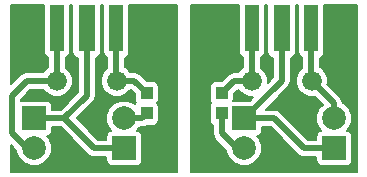
<source format=gbr>
G04 #@! TF.FileFunction,Copper,L2,Bot,Signal*
%FSLAX46Y46*%
G04 Gerber Fmt 4.6, Leading zero omitted, Abs format (unit mm)*
G04 Created by KiCad (PCBNEW 4.0.3-stable) date 08/19/16 14:56:07*
%MOMM*%
%LPD*%
G01*
G04 APERTURE LIST*
%ADD10C,0.100000*%
%ADD11C,1.676400*%
%ADD12R,2.000000X2.000000*%
%ADD13C,2.000000*%
%ADD14R,1.200000X4.000000*%
%ADD15R,1.400000X4.000000*%
%ADD16R,1.000000X1.100000*%
%ADD17C,0.500000*%
%ADD18C,0.200000*%
G04 APERTURE END LIST*
D10*
D11*
X149225000Y-98425000D03*
X144145000Y-98425000D03*
D12*
X167640000Y-104140000D03*
D13*
X167640000Y-101600000D03*
D12*
X160020000Y-101600000D03*
D13*
X160020000Y-104140000D03*
D11*
X160655000Y-98425000D03*
X165735000Y-98425000D03*
D12*
X142240000Y-101600000D03*
D13*
X142240000Y-104140000D03*
D12*
X149860000Y-104140000D03*
D13*
X149860000Y-101600000D03*
D14*
X160695000Y-93980000D03*
D15*
X163195000Y-93980000D03*
D14*
X165695000Y-93980000D03*
X149185000Y-93980000D03*
D15*
X146685000Y-93980000D03*
D14*
X144185000Y-93980000D03*
D16*
X158115000Y-101180000D03*
X158115000Y-99480000D03*
X151765000Y-101180000D03*
X151765000Y-99480000D03*
D17*
X163195000Y-93980000D02*
X163195000Y-98425000D01*
X163195000Y-98425000D02*
X160020000Y-101600000D01*
X146685000Y-93980000D02*
X146685000Y-99695000D01*
X146685000Y-99695000D02*
X144780000Y-101600000D01*
X160020000Y-101600000D02*
X162560000Y-101600000D01*
X165100000Y-104140000D02*
X167640000Y-104140000D01*
X162560000Y-101600000D02*
X165100000Y-104140000D01*
X142240000Y-101600000D02*
X144780000Y-101600000D01*
X147320000Y-104140000D02*
X149860000Y-104140000D01*
X144780000Y-101600000D02*
X147320000Y-104140000D01*
X167640000Y-101600000D02*
X167640000Y-100330000D01*
X167640000Y-100330000D02*
X165735000Y-98425000D01*
X165695000Y-93980000D02*
X165695000Y-98385000D01*
X165695000Y-98385000D02*
X165735000Y-98425000D01*
X142240000Y-104140000D02*
X141605000Y-104140000D01*
X141605000Y-104140000D02*
X140335000Y-102870000D01*
X140335000Y-102870000D02*
X140335000Y-99695000D01*
X140335000Y-99695000D02*
X141605000Y-98425000D01*
X141605000Y-98425000D02*
X144145000Y-98425000D01*
X144185000Y-93980000D02*
X144185000Y-98385000D01*
X144185000Y-98385000D02*
X144145000Y-98425000D01*
X160020000Y-104140000D02*
X159385000Y-104140000D01*
X159385000Y-104140000D02*
X158115000Y-102870000D01*
X158115000Y-102870000D02*
X158115000Y-101180000D01*
X158115000Y-99480000D02*
X159170000Y-98425000D01*
X159170000Y-98425000D02*
X160655000Y-98425000D01*
X160695000Y-93980000D02*
X160695000Y-98385000D01*
X160695000Y-98385000D02*
X160655000Y-98425000D01*
X149225000Y-98425000D02*
X150710000Y-98425000D01*
X150710000Y-98425000D02*
X151765000Y-99480000D01*
X149185000Y-93980000D02*
X149185000Y-98385000D01*
X149185000Y-98385000D02*
X149225000Y-98425000D01*
X149860000Y-101600000D02*
X151345000Y-101600000D01*
X151345000Y-101600000D02*
X151765000Y-101180000D01*
D18*
G36*
X159585205Y-95980000D02*
X159620069Y-96165289D01*
X159729575Y-96335465D01*
X159896661Y-96449630D01*
X159945000Y-96459419D01*
X159945000Y-97270432D01*
X159897961Y-97289868D01*
X159521191Y-97665981D01*
X159517446Y-97675000D01*
X159170000Y-97675000D01*
X158882987Y-97732090D01*
X158639670Y-97894670D01*
X158114135Y-98420205D01*
X157615000Y-98420205D01*
X157429711Y-98455069D01*
X157259535Y-98564575D01*
X157145370Y-98731661D01*
X157105205Y-98930000D01*
X157105205Y-100030000D01*
X157140069Y-100215289D01*
X157214344Y-100330715D01*
X157145370Y-100431661D01*
X157105205Y-100630000D01*
X157105205Y-101730000D01*
X157140069Y-101915289D01*
X157249575Y-102085465D01*
X157365000Y-102164332D01*
X157365000Y-102870000D01*
X157422090Y-103157013D01*
X157584670Y-103400330D01*
X158519829Y-104335489D01*
X158519740Y-104437059D01*
X158747620Y-104988572D01*
X159169209Y-105410897D01*
X159720323Y-105639739D01*
X160317059Y-105640260D01*
X160868572Y-105412380D01*
X161290897Y-104990791D01*
X161519739Y-104439677D01*
X161520260Y-103842941D01*
X161292380Y-103291428D01*
X161096664Y-103095370D01*
X161205289Y-103074931D01*
X161375465Y-102965425D01*
X161489630Y-102798339D01*
X161529795Y-102600000D01*
X161529795Y-102350000D01*
X162249340Y-102350000D01*
X164569670Y-104670330D01*
X164812987Y-104832910D01*
X165100000Y-104890000D01*
X166130205Y-104890000D01*
X166130205Y-105140000D01*
X166165069Y-105325289D01*
X166274575Y-105495465D01*
X166441661Y-105609630D01*
X166640000Y-105649795D01*
X168640000Y-105649795D01*
X168825289Y-105614931D01*
X168995465Y-105505425D01*
X169109630Y-105338339D01*
X169149795Y-105140000D01*
X169149795Y-103140000D01*
X169114931Y-102954711D01*
X169005425Y-102784535D01*
X168838339Y-102670370D01*
X168715794Y-102645554D01*
X168910897Y-102450791D01*
X169139739Y-101899677D01*
X169140260Y-101302941D01*
X168912380Y-100751428D01*
X168490791Y-100329103D01*
X168380731Y-100283402D01*
X168332910Y-100042987D01*
X168170330Y-99799670D01*
X167070046Y-98699386D01*
X167072967Y-98692352D01*
X167073432Y-98159983D01*
X166870132Y-97667961D01*
X166494019Y-97291191D01*
X166445000Y-97270837D01*
X166445000Y-96461571D01*
X166480289Y-96454931D01*
X166650465Y-96345425D01*
X166764630Y-96178339D01*
X166804795Y-95980000D01*
X166804795Y-92015000D01*
X169605000Y-92015000D01*
X169605000Y-106105000D01*
X155515000Y-106105000D01*
X155515000Y-92015000D01*
X159585205Y-92015000D01*
X159585205Y-95980000D01*
X159585205Y-95980000D01*
G37*
X159585205Y-95980000D02*
X159620069Y-96165289D01*
X159729575Y-96335465D01*
X159896661Y-96449630D01*
X159945000Y-96459419D01*
X159945000Y-97270432D01*
X159897961Y-97289868D01*
X159521191Y-97665981D01*
X159517446Y-97675000D01*
X159170000Y-97675000D01*
X158882987Y-97732090D01*
X158639670Y-97894670D01*
X158114135Y-98420205D01*
X157615000Y-98420205D01*
X157429711Y-98455069D01*
X157259535Y-98564575D01*
X157145370Y-98731661D01*
X157105205Y-98930000D01*
X157105205Y-100030000D01*
X157140069Y-100215289D01*
X157214344Y-100330715D01*
X157145370Y-100431661D01*
X157105205Y-100630000D01*
X157105205Y-101730000D01*
X157140069Y-101915289D01*
X157249575Y-102085465D01*
X157365000Y-102164332D01*
X157365000Y-102870000D01*
X157422090Y-103157013D01*
X157584670Y-103400330D01*
X158519829Y-104335489D01*
X158519740Y-104437059D01*
X158747620Y-104988572D01*
X159169209Y-105410897D01*
X159720323Y-105639739D01*
X160317059Y-105640260D01*
X160868572Y-105412380D01*
X161290897Y-104990791D01*
X161519739Y-104439677D01*
X161520260Y-103842941D01*
X161292380Y-103291428D01*
X161096664Y-103095370D01*
X161205289Y-103074931D01*
X161375465Y-102965425D01*
X161489630Y-102798339D01*
X161529795Y-102600000D01*
X161529795Y-102350000D01*
X162249340Y-102350000D01*
X164569670Y-104670330D01*
X164812987Y-104832910D01*
X165100000Y-104890000D01*
X166130205Y-104890000D01*
X166130205Y-105140000D01*
X166165069Y-105325289D01*
X166274575Y-105495465D01*
X166441661Y-105609630D01*
X166640000Y-105649795D01*
X168640000Y-105649795D01*
X168825289Y-105614931D01*
X168995465Y-105505425D01*
X169109630Y-105338339D01*
X169149795Y-105140000D01*
X169149795Y-103140000D01*
X169114931Y-102954711D01*
X169005425Y-102784535D01*
X168838339Y-102670370D01*
X168715794Y-102645554D01*
X168910897Y-102450791D01*
X169139739Y-101899677D01*
X169140260Y-101302941D01*
X168912380Y-100751428D01*
X168490791Y-100329103D01*
X168380731Y-100283402D01*
X168332910Y-100042987D01*
X168170330Y-99799670D01*
X167070046Y-98699386D01*
X167072967Y-98692352D01*
X167073432Y-98159983D01*
X166870132Y-97667961D01*
X166494019Y-97291191D01*
X166445000Y-97270837D01*
X166445000Y-96461571D01*
X166480289Y-96454931D01*
X166650465Y-96345425D01*
X166764630Y-96178339D01*
X166804795Y-95980000D01*
X166804795Y-92015000D01*
X169605000Y-92015000D01*
X169605000Y-106105000D01*
X155515000Y-106105000D01*
X155515000Y-92015000D01*
X159585205Y-92015000D01*
X159585205Y-95980000D01*
G36*
X154365000Y-106105000D02*
X140275000Y-106105000D01*
X140275000Y-103870660D01*
X140739829Y-104335489D01*
X140739740Y-104437059D01*
X140967620Y-104988572D01*
X141389209Y-105410897D01*
X141940323Y-105639739D01*
X142537059Y-105640260D01*
X143088572Y-105412380D01*
X143510897Y-104990791D01*
X143739739Y-104439677D01*
X143740260Y-103842941D01*
X143512380Y-103291428D01*
X143316664Y-103095370D01*
X143425289Y-103074931D01*
X143595465Y-102965425D01*
X143709630Y-102798339D01*
X143749795Y-102600000D01*
X143749795Y-102350000D01*
X144469340Y-102350000D01*
X146789670Y-104670330D01*
X147032987Y-104832910D01*
X147320000Y-104890000D01*
X148350205Y-104890000D01*
X148350205Y-105140000D01*
X148385069Y-105325289D01*
X148494575Y-105495465D01*
X148661661Y-105609630D01*
X148860000Y-105649795D01*
X150860000Y-105649795D01*
X151045289Y-105614931D01*
X151215465Y-105505425D01*
X151329630Y-105338339D01*
X151369795Y-105140000D01*
X151369795Y-103140000D01*
X151334931Y-102954711D01*
X151225425Y-102784535D01*
X151058339Y-102670370D01*
X150935794Y-102645554D01*
X151130897Y-102450791D01*
X151172749Y-102350000D01*
X151345000Y-102350000D01*
X151632013Y-102292910D01*
X151711505Y-102239795D01*
X152265000Y-102239795D01*
X152450289Y-102204931D01*
X152620465Y-102095425D01*
X152734630Y-101928339D01*
X152774795Y-101730000D01*
X152774795Y-100630000D01*
X152739931Y-100444711D01*
X152665656Y-100329285D01*
X152734630Y-100228339D01*
X152774795Y-100030000D01*
X152774795Y-98930000D01*
X152739931Y-98744711D01*
X152630425Y-98574535D01*
X152463339Y-98460370D01*
X152265000Y-98420205D01*
X151765865Y-98420205D01*
X151240330Y-97894670D01*
X150997013Y-97732090D01*
X150710000Y-97675000D01*
X150363040Y-97675000D01*
X150360132Y-97667961D01*
X149984019Y-97291191D01*
X149935000Y-97270837D01*
X149935000Y-96461571D01*
X149970289Y-96454931D01*
X150140465Y-96345425D01*
X150254630Y-96178339D01*
X150294795Y-95980000D01*
X150294795Y-92015000D01*
X154365000Y-92015000D01*
X154365000Y-106105000D01*
X154365000Y-106105000D01*
G37*
X154365000Y-106105000D02*
X140275000Y-106105000D01*
X140275000Y-103870660D01*
X140739829Y-104335489D01*
X140739740Y-104437059D01*
X140967620Y-104988572D01*
X141389209Y-105410897D01*
X141940323Y-105639739D01*
X142537059Y-105640260D01*
X143088572Y-105412380D01*
X143510897Y-104990791D01*
X143739739Y-104439677D01*
X143740260Y-103842941D01*
X143512380Y-103291428D01*
X143316664Y-103095370D01*
X143425289Y-103074931D01*
X143595465Y-102965425D01*
X143709630Y-102798339D01*
X143749795Y-102600000D01*
X143749795Y-102350000D01*
X144469340Y-102350000D01*
X146789670Y-104670330D01*
X147032987Y-104832910D01*
X147320000Y-104890000D01*
X148350205Y-104890000D01*
X148350205Y-105140000D01*
X148385069Y-105325289D01*
X148494575Y-105495465D01*
X148661661Y-105609630D01*
X148860000Y-105649795D01*
X150860000Y-105649795D01*
X151045289Y-105614931D01*
X151215465Y-105505425D01*
X151329630Y-105338339D01*
X151369795Y-105140000D01*
X151369795Y-103140000D01*
X151334931Y-102954711D01*
X151225425Y-102784535D01*
X151058339Y-102670370D01*
X150935794Y-102645554D01*
X151130897Y-102450791D01*
X151172749Y-102350000D01*
X151345000Y-102350000D01*
X151632013Y-102292910D01*
X151711505Y-102239795D01*
X152265000Y-102239795D01*
X152450289Y-102204931D01*
X152620465Y-102095425D01*
X152734630Y-101928339D01*
X152774795Y-101730000D01*
X152774795Y-100630000D01*
X152739931Y-100444711D01*
X152665656Y-100329285D01*
X152734630Y-100228339D01*
X152774795Y-100030000D01*
X152774795Y-98930000D01*
X152739931Y-98744711D01*
X152630425Y-98574535D01*
X152463339Y-98460370D01*
X152265000Y-98420205D01*
X151765865Y-98420205D01*
X151240330Y-97894670D01*
X150997013Y-97732090D01*
X150710000Y-97675000D01*
X150363040Y-97675000D01*
X150360132Y-97667961D01*
X149984019Y-97291191D01*
X149935000Y-97270837D01*
X149935000Y-96461571D01*
X149970289Y-96454931D01*
X150140465Y-96345425D01*
X150254630Y-96178339D01*
X150294795Y-95980000D01*
X150294795Y-92015000D01*
X154365000Y-92015000D01*
X154365000Y-106105000D01*
G36*
X164585205Y-95980000D02*
X164620069Y-96165289D01*
X164729575Y-96335465D01*
X164896661Y-96449630D01*
X164945000Y-96459419D01*
X164945000Y-97322772D01*
X164601191Y-97665981D01*
X164397033Y-98157648D01*
X164396568Y-98690017D01*
X164599868Y-99182039D01*
X164975981Y-99558809D01*
X165467648Y-99762967D01*
X166000017Y-99763432D01*
X166009043Y-99759703D01*
X166684100Y-100434760D01*
X166369103Y-100749209D01*
X166140261Y-101300323D01*
X166139740Y-101897059D01*
X166367620Y-102448572D01*
X166563336Y-102644630D01*
X166454711Y-102665069D01*
X166284535Y-102774575D01*
X166170370Y-102941661D01*
X166130205Y-103140000D01*
X166130205Y-103390000D01*
X165410660Y-103390000D01*
X163090330Y-101069670D01*
X162847013Y-100907090D01*
X162560000Y-100850000D01*
X161830660Y-100850000D01*
X163725330Y-98955330D01*
X163887910Y-98712013D01*
X163945000Y-98425000D01*
X163945000Y-96480387D01*
X164080289Y-96454931D01*
X164250465Y-96345425D01*
X164364630Y-96178339D01*
X164404795Y-95980000D01*
X164404795Y-92015000D01*
X164585205Y-92015000D01*
X164585205Y-95980000D01*
X164585205Y-95980000D01*
G37*
X164585205Y-95980000D02*
X164620069Y-96165289D01*
X164729575Y-96335465D01*
X164896661Y-96449630D01*
X164945000Y-96459419D01*
X164945000Y-97322772D01*
X164601191Y-97665981D01*
X164397033Y-98157648D01*
X164396568Y-98690017D01*
X164599868Y-99182039D01*
X164975981Y-99558809D01*
X165467648Y-99762967D01*
X166000017Y-99763432D01*
X166009043Y-99759703D01*
X166684100Y-100434760D01*
X166369103Y-100749209D01*
X166140261Y-101300323D01*
X166139740Y-101897059D01*
X166367620Y-102448572D01*
X166563336Y-102644630D01*
X166454711Y-102665069D01*
X166284535Y-102774575D01*
X166170370Y-102941661D01*
X166130205Y-103140000D01*
X166130205Y-103390000D01*
X165410660Y-103390000D01*
X163090330Y-101069670D01*
X162847013Y-100907090D01*
X162560000Y-100850000D01*
X161830660Y-100850000D01*
X163725330Y-98955330D01*
X163887910Y-98712013D01*
X163945000Y-98425000D01*
X163945000Y-96480387D01*
X164080289Y-96454931D01*
X164250465Y-96345425D01*
X164364630Y-96178339D01*
X164404795Y-95980000D01*
X164404795Y-92015000D01*
X164585205Y-92015000D01*
X164585205Y-95980000D01*
G36*
X148075205Y-95980000D02*
X148110069Y-96165289D01*
X148219575Y-96335465D01*
X148386661Y-96449630D01*
X148435000Y-96459419D01*
X148435000Y-97322772D01*
X148091191Y-97665981D01*
X147887033Y-98157648D01*
X147886568Y-98690017D01*
X148089868Y-99182039D01*
X148465981Y-99558809D01*
X148957648Y-99762967D01*
X149490017Y-99763432D01*
X149982039Y-99560132D01*
X150358809Y-99184019D01*
X150362554Y-99175000D01*
X150399340Y-99175000D01*
X150755205Y-99530865D01*
X150755205Y-100030000D01*
X150790069Y-100215289D01*
X150864344Y-100330715D01*
X150802603Y-100421075D01*
X150710791Y-100329103D01*
X150159677Y-100100261D01*
X149562941Y-100099740D01*
X149011428Y-100327620D01*
X148589103Y-100749209D01*
X148360261Y-101300323D01*
X148359740Y-101897059D01*
X148587620Y-102448572D01*
X148783336Y-102644630D01*
X148674711Y-102665069D01*
X148504535Y-102774575D01*
X148390370Y-102941661D01*
X148350205Y-103140000D01*
X148350205Y-103390000D01*
X147630660Y-103390000D01*
X145840660Y-101600000D01*
X147215330Y-100225330D01*
X147262277Y-100155069D01*
X147377910Y-99982013D01*
X147435000Y-99695000D01*
X147435000Y-96480387D01*
X147570289Y-96454931D01*
X147740465Y-96345425D01*
X147854630Y-96178339D01*
X147894795Y-95980000D01*
X147894795Y-92015000D01*
X148075205Y-92015000D01*
X148075205Y-95980000D01*
X148075205Y-95980000D01*
G37*
X148075205Y-95980000D02*
X148110069Y-96165289D01*
X148219575Y-96335465D01*
X148386661Y-96449630D01*
X148435000Y-96459419D01*
X148435000Y-97322772D01*
X148091191Y-97665981D01*
X147887033Y-98157648D01*
X147886568Y-98690017D01*
X148089868Y-99182039D01*
X148465981Y-99558809D01*
X148957648Y-99762967D01*
X149490017Y-99763432D01*
X149982039Y-99560132D01*
X150358809Y-99184019D01*
X150362554Y-99175000D01*
X150399340Y-99175000D01*
X150755205Y-99530865D01*
X150755205Y-100030000D01*
X150790069Y-100215289D01*
X150864344Y-100330715D01*
X150802603Y-100421075D01*
X150710791Y-100329103D01*
X150159677Y-100100261D01*
X149562941Y-100099740D01*
X149011428Y-100327620D01*
X148589103Y-100749209D01*
X148360261Y-101300323D01*
X148359740Y-101897059D01*
X148587620Y-102448572D01*
X148783336Y-102644630D01*
X148674711Y-102665069D01*
X148504535Y-102774575D01*
X148390370Y-102941661D01*
X148350205Y-103140000D01*
X148350205Y-103390000D01*
X147630660Y-103390000D01*
X145840660Y-101600000D01*
X147215330Y-100225330D01*
X147262277Y-100155069D01*
X147377910Y-99982013D01*
X147435000Y-99695000D01*
X147435000Y-96480387D01*
X147570289Y-96454931D01*
X147740465Y-96345425D01*
X147854630Y-96178339D01*
X147894795Y-95980000D01*
X147894795Y-92015000D01*
X148075205Y-92015000D01*
X148075205Y-95980000D01*
G36*
X145475205Y-95980000D02*
X145510069Y-96165289D01*
X145619575Y-96335465D01*
X145786661Y-96449630D01*
X145935000Y-96479670D01*
X145935000Y-99384340D01*
X144469340Y-100850000D01*
X143749795Y-100850000D01*
X143749795Y-100600000D01*
X143714931Y-100414711D01*
X143605425Y-100244535D01*
X143438339Y-100130370D01*
X143240000Y-100090205D01*
X141240000Y-100090205D01*
X141085000Y-100119370D01*
X141085000Y-100005660D01*
X141915660Y-99175000D01*
X143006960Y-99175000D01*
X143009868Y-99182039D01*
X143385981Y-99558809D01*
X143877648Y-99762967D01*
X144410017Y-99763432D01*
X144902039Y-99560132D01*
X145278809Y-99184019D01*
X145482967Y-98692352D01*
X145483432Y-98159983D01*
X145280132Y-97667961D01*
X144935000Y-97322226D01*
X144935000Y-96461571D01*
X144970289Y-96454931D01*
X145140465Y-96345425D01*
X145254630Y-96178339D01*
X145294795Y-95980000D01*
X145294795Y-92015000D01*
X145475205Y-92015000D01*
X145475205Y-95980000D01*
X145475205Y-95980000D01*
G37*
X145475205Y-95980000D02*
X145510069Y-96165289D01*
X145619575Y-96335465D01*
X145786661Y-96449630D01*
X145935000Y-96479670D01*
X145935000Y-99384340D01*
X144469340Y-100850000D01*
X143749795Y-100850000D01*
X143749795Y-100600000D01*
X143714931Y-100414711D01*
X143605425Y-100244535D01*
X143438339Y-100130370D01*
X143240000Y-100090205D01*
X141240000Y-100090205D01*
X141085000Y-100119370D01*
X141085000Y-100005660D01*
X141915660Y-99175000D01*
X143006960Y-99175000D01*
X143009868Y-99182039D01*
X143385981Y-99558809D01*
X143877648Y-99762967D01*
X144410017Y-99763432D01*
X144902039Y-99560132D01*
X145278809Y-99184019D01*
X145482967Y-98692352D01*
X145483432Y-98159983D01*
X145280132Y-97667961D01*
X144935000Y-97322226D01*
X144935000Y-96461571D01*
X144970289Y-96454931D01*
X145140465Y-96345425D01*
X145254630Y-96178339D01*
X145294795Y-95980000D01*
X145294795Y-92015000D01*
X145475205Y-92015000D01*
X145475205Y-95980000D01*
G36*
X159519868Y-99182039D02*
X159895981Y-99558809D01*
X160387648Y-99762967D01*
X160796016Y-99763324D01*
X160469135Y-100090205D01*
X159112603Y-100090205D01*
X159124795Y-100030000D01*
X159124795Y-99530865D01*
X159480660Y-99175000D01*
X159516960Y-99175000D01*
X159519868Y-99182039D01*
X159519868Y-99182039D01*
G37*
X159519868Y-99182039D02*
X159895981Y-99558809D01*
X160387648Y-99762967D01*
X160796016Y-99763324D01*
X160469135Y-100090205D01*
X159112603Y-100090205D01*
X159124795Y-100030000D01*
X159124795Y-99530865D01*
X159480660Y-99175000D01*
X159516960Y-99175000D01*
X159519868Y-99182039D01*
G36*
X143075205Y-95980000D02*
X143110069Y-96165289D01*
X143219575Y-96335465D01*
X143386661Y-96449630D01*
X143435000Y-96459419D01*
X143435000Y-97270432D01*
X143387961Y-97289868D01*
X143011191Y-97665981D01*
X143007446Y-97675000D01*
X141605000Y-97675000D01*
X141317987Y-97732090D01*
X141074670Y-97894670D01*
X140275000Y-98694340D01*
X140275000Y-92015000D01*
X143075205Y-92015000D01*
X143075205Y-95980000D01*
X143075205Y-95980000D01*
G37*
X143075205Y-95980000D02*
X143110069Y-96165289D01*
X143219575Y-96335465D01*
X143386661Y-96449630D01*
X143435000Y-96459419D01*
X143435000Y-97270432D01*
X143387961Y-97289868D01*
X143011191Y-97665981D01*
X143007446Y-97675000D01*
X141605000Y-97675000D01*
X141317987Y-97732090D01*
X141074670Y-97894670D01*
X140275000Y-98694340D01*
X140275000Y-92015000D01*
X143075205Y-92015000D01*
X143075205Y-95980000D01*
G36*
X161985205Y-95980000D02*
X162020069Y-96165289D01*
X162129575Y-96335465D01*
X162296661Y-96449630D01*
X162445000Y-96479670D01*
X162445000Y-98114340D01*
X161993077Y-98566263D01*
X161993432Y-98159983D01*
X161790132Y-97667961D01*
X161445000Y-97322226D01*
X161445000Y-96461571D01*
X161480289Y-96454931D01*
X161650465Y-96345425D01*
X161764630Y-96178339D01*
X161804795Y-95980000D01*
X161804795Y-92015000D01*
X161985205Y-92015000D01*
X161985205Y-95980000D01*
X161985205Y-95980000D01*
G37*
X161985205Y-95980000D02*
X162020069Y-96165289D01*
X162129575Y-96335465D01*
X162296661Y-96449630D01*
X162445000Y-96479670D01*
X162445000Y-98114340D01*
X161993077Y-98566263D01*
X161993432Y-98159983D01*
X161790132Y-97667961D01*
X161445000Y-97322226D01*
X161445000Y-96461571D01*
X161480289Y-96454931D01*
X161650465Y-96345425D01*
X161764630Y-96178339D01*
X161804795Y-95980000D01*
X161804795Y-92015000D01*
X161985205Y-92015000D01*
X161985205Y-95980000D01*
M02*

</source>
